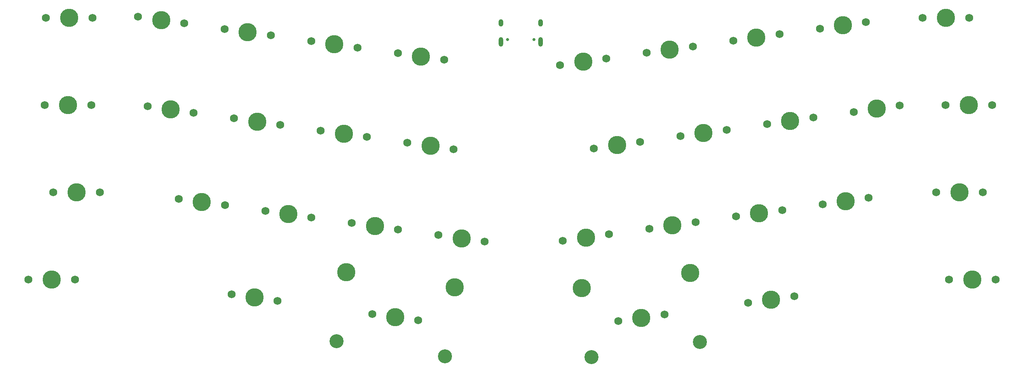
<source format=gbr>
%TF.GenerationSoftware,KiCad,Pcbnew,(5.1.6-0-10_14)*%
%TF.CreationDate,2021-08-16T20:21:43-05:00*%
%TF.ProjectId,Adalyn,4164616c-796e-42e6-9b69-6361645f7063,rev?*%
%TF.SameCoordinates,Original*%
%TF.FileFunction,Soldermask,Top*%
%TF.FilePolarity,Negative*%
%FSLAX46Y46*%
G04 Gerber Fmt 4.6, Leading zero omitted, Abs format (unit mm)*
G04 Created by KiCad (PCBNEW (5.1.6-0-10_14)) date 2021-08-16 20:21:43*
%MOMM*%
%LPD*%
G01*
G04 APERTURE LIST*
%ADD10C,3.987800*%
%ADD11C,1.750000*%
%ADD12C,3.048000*%
%ADD13C,0.650000*%
%ADD14O,1.000000X2.100000*%
%ADD15O,1.000000X1.600000*%
G04 APERTURE END LIST*
D10*
%TO.C,MX19*%
X118253967Y-117863488D03*
D11*
X113223405Y-117156489D03*
X123284529Y-118570487D03*
D12*
X105491464Y-123123481D03*
X129072222Y-126437540D03*
D10*
X107612462Y-108031795D03*
X131193220Y-111345855D03*
%TD*%
%TO.C,MX26*%
X171868756Y-118013320D03*
D11*
X166838194Y-118720319D03*
X176899318Y-117306321D03*
D12*
X161050501Y-126587372D03*
X184631259Y-123273313D03*
D10*
X158929503Y-111495687D03*
X182510261Y-108181627D03*
%TD*%
D13*
%TO.C,USB101*%
X148494099Y-57220796D03*
X142714099Y-57220796D03*
D14*
X141284099Y-57750796D03*
X149924099Y-57750796D03*
D15*
X141284099Y-53570796D03*
X149924099Y-53570796D03*
%TD*%
D10*
%TO.C,MX30*%
X200165661Y-114036448D03*
D11*
X195135099Y-114743447D03*
X205196223Y-113329449D03*
%TD*%
D10*
%TO.C,MX38*%
X241153100Y-90605798D03*
D11*
X236073100Y-90605798D03*
X246233100Y-90605798D03*
%TD*%
D10*
%TO.C,MX37*%
X243248600Y-71555795D03*
D11*
X238168600Y-71555795D03*
X248328600Y-71555795D03*
%TD*%
D10*
%TO.C,MX36*%
X238200348Y-52505797D03*
D11*
X233120348Y-52505797D03*
X243280348Y-52505797D03*
%TD*%
D10*
%TO.C,MX35*%
X244010597Y-109655797D03*
D11*
X238930597Y-109655797D03*
X249090597Y-109655797D03*
%TD*%
D10*
%TO.C,MX34*%
X216379022Y-92520596D03*
D11*
X211348460Y-93227595D03*
X221409584Y-91813597D03*
%TD*%
D10*
%TO.C,MX33*%
X223160077Y-72330367D03*
D11*
X218129515Y-73037366D03*
X228190639Y-71623368D03*
%TD*%
D10*
%TO.C,MX32*%
X215792680Y-54128570D03*
D11*
X210762118Y-54835569D03*
X220823242Y-53421571D03*
%TD*%
D10*
%TO.C,MX29*%
X197514418Y-95171839D03*
D11*
X192483856Y-95878838D03*
X202544980Y-94464840D03*
%TD*%
D10*
%TO.C,MX28*%
X204295468Y-74981613D03*
D11*
X199264906Y-75688612D03*
X209326030Y-74274614D03*
%TD*%
D10*
%TO.C,MX27*%
X196928070Y-56779814D03*
D11*
X191897508Y-57486813D03*
X201958632Y-56072815D03*
%TD*%
D10*
%TO.C,MX25*%
X178649808Y-97823091D03*
D11*
X173619246Y-98530090D03*
X183680370Y-97116092D03*
%TD*%
D10*
%TO.C,MX24*%
X185430864Y-77632862D03*
D11*
X180400302Y-78339861D03*
X190461426Y-76925863D03*
%TD*%
D10*
%TO.C,MX23*%
X178063469Y-59431067D03*
D11*
X173032907Y-60138066D03*
X183094031Y-58724068D03*
%TD*%
D10*
%TO.C,MX22*%
X159785204Y-100474336D03*
D11*
X154754642Y-101181335D03*
X164815766Y-99767337D03*
%TD*%
D10*
%TO.C,MX21*%
X166566256Y-80284108D03*
D11*
X161535694Y-80991107D03*
X171596818Y-79577109D03*
%TD*%
D10*
%TO.C,MX20*%
X159198859Y-62082311D03*
D11*
X154168297Y-62789310D03*
X164229421Y-61375312D03*
%TD*%
D10*
%TO.C,MX18*%
X132695592Y-100655911D03*
D11*
X127665030Y-99948912D03*
X137726154Y-101362910D03*
%TD*%
D10*
%TO.C,MX17*%
X125914536Y-80465686D03*
D11*
X120883974Y-79758687D03*
X130945098Y-81172685D03*
%TD*%
D10*
%TO.C,MX16*%
X123849633Y-60938263D03*
D11*
X118819071Y-60231264D03*
X128880195Y-61645262D03*
%TD*%
D10*
%TO.C,MX15*%
X87598980Y-113555216D03*
D11*
X82568418Y-112848217D03*
X92629542Y-114262215D03*
%TD*%
D10*
%TO.C,MX13*%
X113830984Y-98004667D03*
D11*
X108800422Y-97297668D03*
X118861546Y-98711666D03*
%TD*%
D10*
%TO.C,MX12*%
X107049932Y-77814434D03*
D11*
X102019370Y-77107435D03*
X112080494Y-78521433D03*
%TD*%
D10*
%TO.C,MX11*%
X104985026Y-58287015D03*
D11*
X99954464Y-57580016D03*
X110015588Y-58994014D03*
%TD*%
D10*
%TO.C,MX10*%
X43414097Y-109655795D03*
D11*
X38334097Y-109655795D03*
X48494097Y-109655795D03*
%TD*%
D10*
%TO.C,MX9*%
X94966377Y-95353421D03*
D11*
X89935815Y-94646422D03*
X99996939Y-96060420D03*
%TD*%
D10*
%TO.C,MX8*%
X88185324Y-75163190D03*
D11*
X83154762Y-74456191D03*
X93215886Y-75870189D03*
%TD*%
D10*
%TO.C,MX7*%
X86120419Y-55635772D03*
D11*
X81089857Y-54928773D03*
X91150981Y-56342771D03*
%TD*%
D10*
%TO.C,MX6*%
X76101773Y-92702167D03*
D11*
X71071211Y-91995168D03*
X81132335Y-93409166D03*
%TD*%
D10*
%TO.C,MX5*%
X69320718Y-72511939D03*
D11*
X64290156Y-71804940D03*
X74351280Y-73218938D03*
%TD*%
D10*
%TO.C,MX4*%
X67255813Y-52984519D03*
D11*
X62225251Y-52277520D03*
X72286375Y-53691518D03*
%TD*%
D10*
%TO.C,MX3*%
X48843349Y-90605792D03*
D11*
X43763349Y-90605792D03*
X53923349Y-90605792D03*
%TD*%
D10*
%TO.C,MX2*%
X46938345Y-71555792D03*
D11*
X41858345Y-71555792D03*
X52018345Y-71555792D03*
%TD*%
D10*
%TO.C,MX1*%
X47224098Y-52505797D03*
D11*
X42144098Y-52505797D03*
X52304098Y-52505797D03*
%TD*%
M02*

</source>
